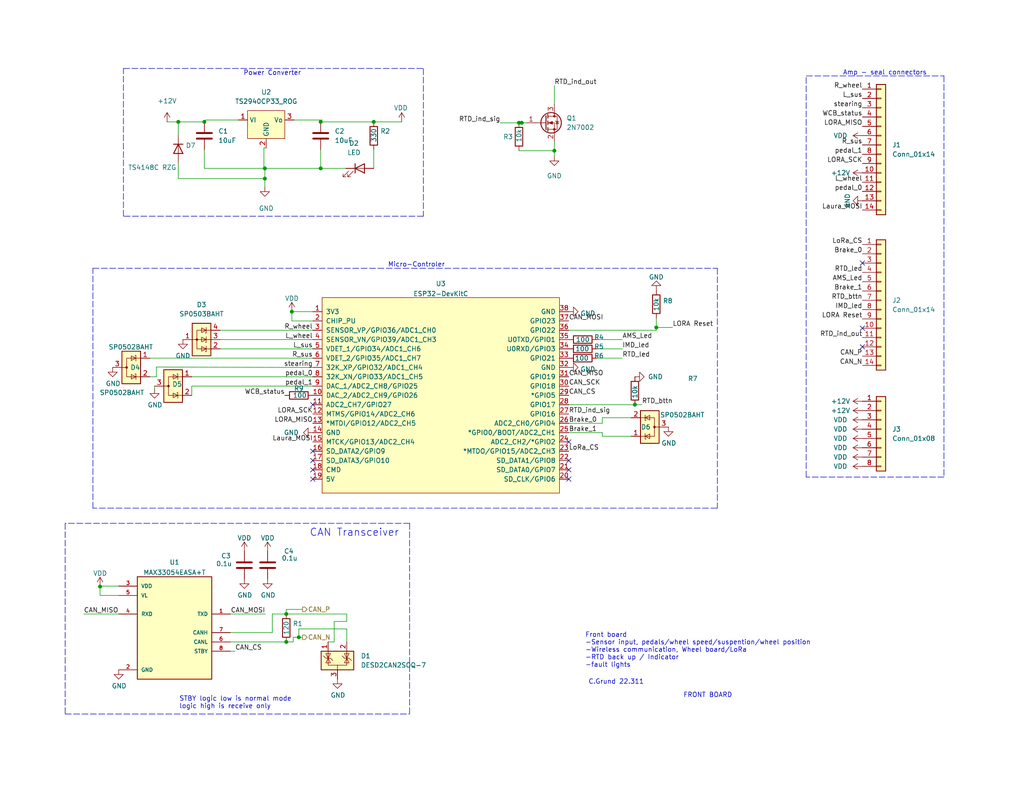
<source format=kicad_sch>
(kicad_sch (version 20211123) (generator eeschema)
  (paper "A")
  (lib_symbols
    (symbol "AERO_Symbols:MAX33054EASA+T" (pin_names (offset 1.016))
      (property "Reference" "U" (at -10.16 13.6906 0))
      (property "Value" "MAX33054EASA+T" (at -10.16 -19.2278 0))
      (symbol "MAX33054EASA+T_0_0"
        (rectangle (start -10.16 -15.24) (end 10.16 12.7) (stroke (width 0.254)) (fill (type background)))
        (pin input line (at -15.24 2.54 0) (length 5.08) (name "TXD") (number "1"))
        (pin power_in line (at 15.24 -12.7 180) (length 5.08) (name "GND") (number "2"))
        (pin power_in line (at 15.24 10.16 180) (length 5.08) (name "VDD") (number "3"))
        (pin output line (at 15.24 2.54 180) (length 5.08) (name "RXD") (number "4"))
        (pin power_in line (at 15.24 7.62 180) (length 5.08) (name "VL") (number "5"))
        (pin input line (at -15.24 -5.08 0) (length 5.08) (name "CANL") (number "6"))
        (pin input line (at -15.24 -2.54 0) (length 5.08) (name "CANH") (number "7"))
        (pin input line (at -15.24 -7.62 0) (length 5.08) (name "STBY") (number "8"))
      )
    )
    (symbol "AERO_Symbols:TS2940CP33_ROG"
      (property "Reference" "U" (at 0 10.16 0))
      (property "Value" "TS2940CP33_ROG" (at 0 7.62 0))
      (symbol "TS2940CP33_ROG_0_1"
        (rectangle (start -5.08 2.54) (end 5.08 -5.08) (fill (type background)))
      )
      (symbol "TS2940CP33_ROG_1_1"
        (pin power_in line (at -7.62 0 0) (length 2.54) (name "VI") (number "1"))
        (pin power_out line (at 0 -7.62 90) (length 2.54) (name "GND") (number "2"))
        (pin power_out line (at 7.62 0 180) (length 2.54) (name "Vo") (number "3"))
      )
    )
    (symbol "Connector_Generic:Conn_01x08" (pin_names (offset 1.016) hide)
      (property "Reference" "J" (at 0 10.16 0))
      (property "Value" "Conn_01x08" (at 0 -12.7 0))
      (symbol "Conn_01x08_1_1"
        (rectangle (start -1.27 -10.033) (end 0 -10.287) (stroke (width 0.1524)))
        (rectangle (start -1.27 -7.493) (end 0 -7.747) (stroke (width 0.1524)))
        (rectangle (start -1.27 -4.953) (end 0 -5.207) (stroke (width 0.1524)))
        (rectangle (start -1.27 -2.413) (end 0 -2.667) (stroke (width 0.1524)))
        (rectangle (start -1.27 0.127) (end 0 -0.127) (stroke (width 0.1524)))
        (rectangle (start -1.27 2.667) (end 0 2.413) (stroke (width 0.1524)))
        (rectangle (start -1.27 5.207) (end 0 4.953) (stroke (width 0.1524)))
        (rectangle (start -1.27 7.747) (end 0 7.493) (stroke (width 0.1524)))
        (rectangle (start -1.27 8.89) (end 1.27 -11.43) (stroke (width 0.254)) (fill (type background)))
        (pin passive line (at -5.08 7.62 0) (length 3.81) (name "Pin_1") (number "1"))
        (pin passive line (at -5.08 5.08 0) (length 3.81) (name "Pin_2") (number "2"))
        (pin passive line (at -5.08 2.54 0) (length 3.81) (name "Pin_3") (number "3"))
        (pin passive line (at -5.08 0 0) (length 3.81) (name "Pin_4") (number "4"))
        (pin passive line (at -5.08 -2.54 0) (length 3.81) (name "Pin_5") (number "5"))
        (pin passive line (at -5.08 -5.08 0) (length 3.81) (name "Pin_6") (number "6"))
        (pin passive line (at -5.08 -7.62 0) (length 3.81) (name "Pin_7") (number "7"))
        (pin passive line (at -5.08 -10.16 0) (length 3.81) (name "Pin_8") (number "8"))
      )
    )
    (symbol "Connector_Generic:Conn_01x14" (pin_names (offset 1.016) hide)
      (property "Reference" "J" (at 0 17.78 0))
      (property "Value" "Conn_01x14" (at 0 -20.32 0))
      (symbol "Conn_01x14_1_1"
        (rectangle (start -1.27 -17.653) (end 0 -17.907) (stroke (width 0.1524)))
        (rectangle (start -1.27 -15.113) (end 0 -15.367) (stroke (width 0.1524)))
        (rectangle (start -1.27 -12.573) (end 0 -12.827) (stroke (width 0.1524)))
        (rectangle (start -1.27 -10.033) (end 0 -10.287) (stroke (width 0.1524)))
        (rectangle (start -1.27 -7.493) (end 0 -7.747) (stroke (width 0.1524)))
        (rectangle (start -1.27 -4.953) (end 0 -5.207) (stroke (width 0.1524)))
        (rectangle (start -1.27 -2.413) (end 0 -2.667) (stroke (width 0.1524)))
        (rectangle (start -1.27 0.127) (end 0 -0.127) (stroke (width 0.1524)))
        (rectangle (start -1.27 2.667) (end 0 2.413) (stroke (width 0.1524)))
        (rectangle (start -1.27 5.207) (end 0 4.953) (stroke (width 0.1524)))
        (rectangle (start -1.27 7.747) (end 0 7.493) (stroke (width 0.1524)))
        (rectangle (start -1.27 10.287) (end 0 10.033) (stroke (width 0.1524)))
        (rectangle (start -1.27 12.827) (end 0 12.573) (stroke (width 0.1524)))
        (rectangle (start -1.27 15.367) (end 0 15.113) (stroke (width 0.1524)))
        (rectangle (start -1.27 16.51) (end 1.27 -19.05) (stroke (width 0.254)) (fill (type background)))
        (pin passive line (at -5.08 15.24 0) (length 3.81) (name "Pin_1") (number "1"))
        (pin passive line (at -5.08 -7.62 0) (length 3.81) (name "Pin_10") (number "10"))
        (pin passive line (at -5.08 -10.16 0) (length 3.81) (name "Pin_11") (number "11"))
        (pin passive line (at -5.08 -12.7 0) (length 3.81) (name "Pin_12") (number "12"))
        (pin passive line (at -5.08 -15.24 0) (length 3.81) (name "Pin_13") (number "13"))
        (pin passive line (at -5.08 -17.78 0) (length 3.81) (name "Pin_14") (number "14"))
        (pin passive line (at -5.08 12.7 0) (length 3.81) (name "Pin_2") (number "2"))
        (pin passive line (at -5.08 10.16 0) (length 3.81) (name "Pin_3") (number "3"))
        (pin passive line (at -5.08 7.62 0) (length 3.81) (name "Pin_4") (number "4"))
        (pin passive line (at -5.08 5.08 0) (length 3.81) (name "Pin_5") (number "5"))
        (pin passive line (at -5.08 2.54 0) (length 3.81) (name "Pin_6") (number "6"))
        (pin passive line (at -5.08 0 0) (length 3.81) (name "Pin_7") (number "7"))
        (pin passive line (at -5.08 -2.54 0) (length 3.81) (name "Pin_8") (number "8"))
        (pin passive line (at -5.08 -5.08 0) (length 3.81) (name "Pin_9") (number "9"))
      )
    )
    (symbol "Device:C" (pin_numbers hide) (pin_names (offset 0.254))
      (property "Reference" "C" (at 0.635 2.54 0))
      (property "Value" "C" (at 0.635 -2.54 0))
      (symbol "C_0_1"
        (polyline (pts (xy -2.032 -0.762) (xy 2.032 -0.762)) (stroke (width 0.508)))
        (polyline (pts (xy -2.032 0.762) (xy 2.032 0.762)) (stroke (width 0.508)))
      )
      (symbol "C_1_1"
        (pin passive line (at 0 3.81 270) (length 2.794) (name "~") (number "1"))
        (pin passive line (at 0 -3.81 90) (length 2.794) (name "~") (number "2"))
      )
    )
    (symbol "Device:D" (pin_numbers hide) (pin_names (offset 1.016) hide)
      (property "Reference" "D" (at 0 2.54 0))
      (property "Value" "D" (at 0 -2.54 0))
      (symbol "D_0_1"
        (polyline (pts (xy -1.27 1.27) (xy -1.27 -1.27)) (stroke (width 0.254)))
        (polyline (pts (xy 1.27 0) (xy -1.27 0)))
        (polyline (pts (xy 1.27 1.27) (xy 1.27 -1.27) (xy -1.27 0) (xy 1.27 1.27)) (stroke (width 0.254)))
      )
      (symbol "D_1_1"
        (pin passive line (at -3.81 0 0) (length 2.54) (name "K") (number "1"))
        (pin passive line (at 3.81 0 180) (length 2.54) (name "A") (number "2"))
      )
    )
    (symbol "Device:LED" (pin_numbers hide) (pin_names (offset 1.016) hide)
      (property "Reference" "D" (at 0 2.54 0))
      (property "Value" "LED" (at 0 -2.54 0))
      (symbol "LED_0_1"
        (polyline (pts (xy -1.27 -1.27) (xy -1.27 1.27)) (stroke (width 0.254)))
        (polyline (pts (xy -1.27 0) (xy 1.27 0)))
        (polyline (pts (xy 1.27 -1.27) (xy 1.27 1.27) (xy -1.27 0) (xy 1.27 -1.27)) (stroke (width 0.254)))
        (polyline (pts (xy -3.048 -0.762) (xy -4.572 -2.286) (xy -3.81 -2.286) (xy -4.572 -2.286) (xy -4.572 -1.524)))
        (polyline (pts (xy -1.778 -0.762) (xy -3.302 -2.286) (xy -2.54 -2.286) (xy -3.302 -2.286) (xy -3.302 -1.524)))
      )
      (symbol "LED_1_1"
        (pin passive line (at -3.81 0 0) (length 2.54) (name "K") (number "1"))
        (pin passive line (at 3.81 0 180) (length 2.54) (name "A") (number "2"))
      )
    )
    (symbol "Device:R" (pin_numbers hide) (pin_names (offset 0))
      (property "Reference" "R" (at 2.032 0 90))
      (property "Value" "R" (at 0 0 90))
      (symbol "R_0_1"
        (rectangle (start -1.016 -2.54) (end 1.016 2.54) (stroke (width 0.254)))
      )
      (symbol "R_1_1"
        (pin passive line (at 0 3.81 270) (length 1.27) (name "~") (number "1"))
        (pin passive line (at 0 -3.81 90) (length 1.27) (name "~") (number "2"))
      )
    )
    (symbol "ESP_32:ESP32-DevKitC" (pin_names (offset 1.016))
      (property "Reference" "U" (at -8.89 26.67 0))
      (property "Value" "ESP32-DevKitC" (at 0 -29.21 0))
      (symbol "ESP32-DevKitC_0_0"
        (pin power_in line (at -33.02 -11.43 0) (length 2.54) (name "GND") (number "14"))
        (pin power_in line (at -33.02 -24.13 0) (length 2.54) (name "5V") (number "19"))
      )
      (symbol "ESP32-DevKitC_0_1"
        (rectangle (start -30.48 25.4) (end 34.29 -27.94) (fill (type background)))
      )
      (symbol "ESP32-DevKitC_1_1"
        (pin power_in line (at -33.02 21.59 0) (length 2.54) (name "3V3") (number "1"))
        (pin bidirectional line (at -33.02 -1.27 0) (length 2.54) (name "DAC_2/ADC2_CH9/GPIO26") (number "10"))
        (pin bidirectional line (at -33.02 -3.81 0) (length 2.54) (name "ADC2_CH7/GPIO27") (number "11"))
        (pin bidirectional line (at -33.02 -6.35 0) (length 2.54) (name "MTMS/GPIO14/ADC2_CH6") (number "12"))
        (pin bidirectional line (at -33.02 -8.89 0) (length 2.54) (name "*MTDI/GPIO12/ADC2_CH5") (number "13"))
        (pin bidirectional line (at -33.02 -13.97 0) (length 2.54) (name "MTCK/GPIO13/ADC2_CH4") (number "15"))
        (pin bidirectional line (at -33.02 -16.51 0) (length 2.54) (name "SD_DATA2/GPIO9") (number "16"))
        (pin bidirectional line (at -33.02 -19.05 0) (length 2.54) (name "SD_DATA3/GPIO10") (number "17"))
        (pin bidirectional line (at -33.02 -21.59 0) (length 2.54) (name "CMD") (number "18"))
        (pin input line (at -33.02 19.05 0) (length 2.54) (name "CHIP_PU") (number "2"))
        (pin bidirectional line (at 36.83 -24.13 180) (length 2.54) (name "SD_CLK/GPIO6") (number "20"))
        (pin bidirectional line (at 36.83 -21.59 180) (length 2.54) (name "SD_DATA0/GPIO7") (number "21"))
        (pin bidirectional line (at 36.83 -19.05 180) (length 2.54) (name "SD_DATA1/GPIO8") (number "22"))
        (pin bidirectional line (at 36.83 -16.51 180) (length 2.54) (name "*MTDO/GPIO15/ADC2_CH3") (number "23"))
        (pin bidirectional line (at 36.83 -13.97 180) (length 2.54) (name "ADC2_CH2/*GPIO2") (number "24"))
        (pin bidirectional line (at 36.83 -11.43 180) (length 2.54) (name "*GPIO0/BOOT/ADC2_CH1") (number "25"))
        (pin bidirectional line (at 36.83 -8.89 180) (length 2.54) (name "ADC2_CH0/GPIO4") (number "26"))
        (pin bidirectional line (at 36.83 -6.35 180) (length 2.54) (name "GPIO16") (number "27"))
        (pin bidirectional line (at 36.83 -3.81 180) (length 2.54) (name "GPIO17") (number "28"))
        (pin bidirectional line (at 36.83 -1.27 180) (length 2.54) (name "*GPIO5") (number "29"))
        (pin input line (at -33.02 16.51 0) (length 2.54) (name "SENSOR_VP/GPIO36/ADC1_CH0") (number "3"))
        (pin bidirectional line (at 36.83 1.27 180) (length 2.54) (name "GPIO18") (number "30"))
        (pin bidirectional line (at 36.83 3.81 180) (length 2.54) (name "GPIO19") (number "31"))
        (pin power_in line (at 36.83 6.35 180) (length 2.54) (name "GND") (number "32"))
        (pin bidirectional line (at 36.83 8.89 180) (length 2.54) (name "GPIO21") (number "33"))
        (pin bidirectional line (at 36.83 11.43 180) (length 2.54) (name "U0RXD/GPIO3") (number "34"))
        (pin bidirectional line (at 36.83 13.97 180) (length 2.54) (name "U0TXD/GPIO1") (number "35"))
        (pin bidirectional line (at 36.83 16.51 180) (length 2.54) (name "GPIO22") (number "36"))
        (pin bidirectional line (at 36.83 19.05 180) (length 2.54) (name "GPIO23") (number "37"))
        (pin power_in line (at 36.83 21.59 180) (length 2.54) (name "GND") (number "38"))
        (pin input line (at -33.02 13.97 0) (length 2.54) (name "SENSOR_VN/GPIO39/ADC1_CH3") (number "4"))
        (pin input line (at -33.02 11.43 0) (length 2.54) (name "VDET_1/GPIO34/ADC1_CH6") (number "5"))
        (pin input line (at -33.02 8.89 0) (length 2.54) (name "VDET_2/GPIO35/ADC1_CH7") (number "6"))
        (pin bidirectional line (at -33.02 6.35 0) (length 2.54) (name "32K_XP/GPIO32/ADC1_CH4") (number "7"))
        (pin bidirectional line (at -33.02 3.81 0) (length 2.54) (name "32K_XN/GPIO33/ADC1_CH5") (number "8"))
        (pin bidirectional line (at -33.02 1.27 0) (length 2.54) (name "DAC_1/ADC2_CH8/GPIO25") (number "9"))
      )
    )
    (symbol "Power_Protection:NUP2105L" (pin_names hide)
      (property "Reference" "D" (at 5.715 2.54 0))
      (property "Value" "NUP2105L" (at 5.715 0.635 0))
      (symbol "NUP2105L_0_0"
        (pin passive line (at 0 -5.08 90) (length 2.54) (name "A") (number "3"))
      )
      (symbol "NUP2105L_0_1"
        (rectangle (start -4.445 2.54) (end 4.445 -2.54) (stroke (width 0.254)) (fill (type background)))
        (polyline (pts (xy -2.54 2.54) (xy -2.54 0.635)))
        (polyline (pts (xy 0 -1.27) (xy 0 -2.54)))
        (polyline (pts (xy 2.54 2.54) (xy 2.54 0.635)))
        (polyline (pts (xy -3.81 1.27) (xy -3.175 0.635) (xy -1.905 0.635) (xy -1.27 0)))
        (polyline (pts (xy -2.54 0.635) (xy -2.54 -1.27) (xy 2.54 -1.27) (xy 2.54 0.635)))
        (polyline (pts (xy -2.54 0.635) (xy -1.905 -0.635) (xy -3.175 -0.635) (xy -2.54 0.635)))
        (polyline (pts (xy 2.54 0.635) (xy 1.905 -0.635) (xy 3.175 -0.635) (xy 2.54 0.635)))
        (polyline (pts (xy 2.54 0.635) (xy 3.175 1.905) (xy 1.905 1.905) (xy 2.54 0.635)))
        (polyline (pts (xy -2.54 0.635) (xy -3.175 1.905) (xy -1.905 1.905) (xy -2.54 0.635) (xy -2.54 1.27)))
        (polyline (pts (xy 1.27 1.27) (xy 1.905 0.635) (xy 2.54 0.635) (xy 3.175 0.635) (xy 3.81 0)))
      )
      (symbol "NUP2105L_1_1"
        (pin passive line (at -2.54 5.08 270) (length 2.54) (name "K") (number "1"))
        (pin passive line (at 2.54 5.08 270) (length 2.54) (name "K") (number "2"))
      )
    )
    (symbol "Power_Protection:SP0502BAHT" (pin_names hide)
      (property "Reference" "D" (at 5.715 2.54 0))
      (property "Value" "SP0502BAHT" (at 5.715 0.635 0))
      (symbol "SP0502BAHT_0_0"
        (pin passive line (at 0 -5.08 90) (length 2.54) (name "A") (number "3"))
      )
      (symbol "SP0502BAHT_0_1"
        (rectangle (start -4.445 2.54) (end 4.445 -2.54) (stroke (width 0.254)) (fill (type background)))
        (circle (center 0 -1.27) (radius 0.254) (fill (type outline)))
        (polyline (pts (xy -2.54 2.54) (xy -2.54 1.27)))
        (polyline (pts (xy 0 -1.27) (xy 0 -2.54)))
        (polyline (pts (xy 2.54 2.54) (xy 2.54 1.27)))
        (polyline (pts (xy -3.302 1.016) (xy -3.302 1.27) (xy -1.905 1.27) (xy -1.778 1.27)))
        (polyline (pts (xy -2.54 1.27) (xy -2.54 -1.27) (xy 2.54 -1.27) (xy 2.54 1.27)))
        (polyline (pts (xy -2.54 1.27) (xy -1.905 0) (xy -3.175 0) (xy -2.54 1.27)))
        (polyline (pts (xy 1.778 1.016) (xy 1.778 1.27) (xy 3.175 1.27) (xy 3.302 1.27)))
        (polyline (pts (xy 2.54 1.27) (xy 1.905 0) (xy 3.175 0) (xy 2.54 1.27)))
      )
      (symbol "SP0502BAHT_1_1"
        (pin passive line (at -2.54 5.08 270) (length 2.54) (name "K") (number "1"))
        (pin passive line (at 2.54 5.08 270) (length 2.54) (name "K") (number "2"))
      )
    )
    (symbol "Power_Protection:SP0503BAHT" (pin_names hide)
      (property "Reference" "D" (at 5.715 2.54 0))
      (property "Value" "SP0503BAHT" (at 5.715 0.635 0))
      (symbol "SP0503BAHT_0_0"
        (pin passive line (at 0 -5.08 90) (length 2.54) (name "A") (number "1"))
      )
      (symbol "SP0503BAHT_0_1"
        (rectangle (start -4.445 2.54) (end 4.445 -2.54) (stroke (width 0.254)) (fill (type background)))
        (circle (center 0 -1.27) (radius 0.254) (fill (type outline)))
        (polyline (pts (xy -2.54 2.54) (xy -2.54 1.27)))
        (polyline (pts (xy 0 -1.27) (xy 0 -2.54)))
        (polyline (pts (xy 0 -1.27) (xy 0 1.27)))
        (polyline (pts (xy 0 2.54) (xy 0 1.27)))
        (polyline (pts (xy 0.635 1.27) (xy 0.762 1.27)))
        (polyline (pts (xy 2.54 2.54) (xy 2.54 1.27)))
        (polyline (pts (xy 0.635 1.27) (xy -0.762 1.27) (xy -0.762 1.016)))
        (polyline (pts (xy -3.302 1.016) (xy -3.302 1.27) (xy -1.905 1.27) (xy -1.778 1.27)))
        (polyline (pts (xy -2.54 1.27) (xy -2.54 -1.27) (xy 2.54 -1.27) (xy 2.54 1.27)))
        (polyline (pts (xy -2.54 1.27) (xy -1.905 0) (xy -3.175 0) (xy -2.54 1.27)))
        (polyline (pts (xy 0.635 0) (xy -0.635 0) (xy 0 1.27) (xy 0.635 0)))
        (polyline (pts (xy 1.778 1.016) (xy 1.778 1.27) (xy 3.175 1.27) (xy 3.302 1.27)))
        (polyline (pts (xy 2.54 1.27) (xy 1.905 0) (xy 3.175 0) (xy 2.54 1.27)))
      )
      (symbol "SP0503BAHT_1_1"
        (pin passive line (at -2.54 5.08 270) (length 2.54) (name "K") (number "2"))
        (pin passive line (at 0 5.08 270) (length 2.54) (name "K") (number "3"))
        (pin passive line (at 2.54 5.08 270) (length 2.54) (name "K") (number "4"))
      )
    )
    (symbol "Transistor_FET:2N7002" (pin_names hide)
      (property "Reference" "Q" (at 5.08 1.905 0))
      (property "Value" "2N7002" (at 5.08 0 0))
      (symbol "2N7002_0_1"
        (polyline (pts (xy 0.254 0) (xy -2.54 0)))
        (polyline (pts (xy 0.254 1.905) (xy 0.254 -1.905)) (stroke (width 0.254)))
        (polyline (pts (xy 0.762 -1.27) (xy 0.762 -2.286)) (stroke (width 0.254)))
        (polyline (pts (xy 0.762 0.508) (xy 0.762 -0.508)) (stroke (width 0.254)))
        (polyline (pts (xy 0.762 2.286) (xy 0.762 1.27)) (stroke (width 0.254)))
        (polyline (pts (xy 2.54 2.54) (xy 2.54 1.778)))
        (polyline (pts (xy 2.54 -2.54) (xy 2.54 0) (xy 0.762 0)))
        (polyline (pts (xy 0.762 -1.778) (xy 3.302 -1.778) (xy 3.302 1.778) (xy 0.762 1.778)))
        (polyline (pts (xy 1.016 0) (xy 2.032 0.381) (xy 2.032 -0.381) (xy 1.016 0)) (fill (type outline)))
        (polyline (pts (xy 2.794 0.508) (xy 2.921 0.381) (xy 3.683 0.381) (xy 3.81 0.254)))
        (polyline (pts (xy 3.302 0.381) (xy 2.921 -0.254) (xy 3.683 -0.254) (xy 3.302 0.381)))
        (circle (center 1.651 0) (radius 2.794) (stroke (width 0.254)))
        (circle (center 2.54 -1.778) (radius 0.254) (fill (type outline)))
        (circle (center 2.54 1.778) (radius 0.254) (fill (type outline)))
      )
      (symbol "2N7002_1_1"
        (pin input line (at -5.08 0 0) (length 2.54) (name "G") (number "1"))
        (pin passive line (at 2.54 -5.08 90) (length 2.54) (name "S") (number "2"))
        (pin passive line (at 2.54 5.08 270) (length 2.54) (name "D") (number "3"))
      )
    )
    (symbol "power:+12V" (power) (pin_names (offset 0))
      (property "Value" "+12V" (at 0 3.556 0))
      (symbol "+12V_0_1"
        (polyline (pts (xy -0.762 1.27) (xy 0 2.54)))
        (polyline (pts (xy 0 0) (xy 0 2.54)))
        (polyline (pts (xy 0 2.54) (xy 0.762 1.27)))
      )
      (symbol "+12V_1_1"
        (pin power_in line (at 0 0 90) (length 0) hide (name "+12V") (number "1"))
      )
    )
    (symbol "power:GND" (power) (pin_names (offset 0))
      (property "Value" "GND" (at 0 -3.81 0))
      (symbol "GND_0_1"
        (polyline (pts (xy 0 0) (xy 0 -1.27) (xy 1.27 -1.27) (xy 0 -2.54) (xy -1.27 -1.27) (xy 0 -1.27)))
      )
      (symbol "GND_1_1"
        (pin power_in line (at 0 0 270) (length 0) hide (name "GND") (number "1"))
      )
    )
    (symbol "power:VDD" (power) (pin_names (offset 0))
      (property "Value" "VDD" (at 0 3.81 0))
      (symbol "VDD_0_1"
        (polyline (pts (xy -0.762 1.27) (xy 0 2.54)))
        (polyline (pts (xy 0 0) (xy 0 2.54)))
        (polyline (pts (xy 0 2.54) (xy 0.762 1.27)))
      )
      (symbol "VDD_1_1"
        (pin power_in line (at 0 0 90) (length 0) hide (name "VDD") (number "1"))
      )
    )
  )
  (junction (at 72.263 48.768))
  (junction (at 27.305 160.147))
  (junction (at 141.605 33.528))
  (junction (at 142.367 33.528))
  (junction (at 48.641 33.274))
  (junction (at 87.503 45.974))
  (junction (at 173.228 110.49))
  (junction (at 179.07 89.408))
  (junction (at 79.629 85.09))
  (junction (at 55.753 33.274))
  (junction (at 151.257 41.148))
  (junction (at 72.263 45.974))
  (junction (at 87.503 33.274))
  (junction (at 78.105 175.26))
  (junction (at 101.981 33.274))
  (junction (at 78.105 167.64))
  (junction (at 81.534 173.99))
  (no_connect (at 85.344 130.81))
  (no_connect (at 155.194 128.27))
  (no_connect (at 155.194 130.81))
  (no_connect (at 85.344 110.49))
  (no_connect (at 155.194 120.65))
  (no_connect (at 85.344 123.19))
  (no_connect (at 85.344 125.73))
  (no_connect (at 155.194 125.73))
  (no_connect (at 85.344 128.27))
  (no_connect (at 235.3056 71.8312))
  (no_connect (at 235.3056 89.6112))
  (no_connect (at 235.3056 94.6912))
  (wire (pts (xy 32.385 162.56) (xy 27.305 162.56)))
  (wire (pts (xy 72.009 40.386) (xy 72.009 45.466)))
  (wire (pts (xy 87.503 45.974) (xy 94.361 45.974)))
  (polyline (pts (xy 17.78 194.945) (xy 111.76 194.945)))
  (polyline (pts (xy 33.6804 59.0296) (xy 33.6804 18.6944)))
  (wire (pts (xy 40.894 97.79) (xy 85.344 97.79)))
  (wire (pts (xy 72.009 45.466) (xy 72.263 45.974)))
  (wire (pts (xy 155.194 110.49) (xy 173.228 110.49)))
  (wire (pts (xy 91.186 175.26) (xy 89.535 175.26)))
  (wire (pts (xy 56.134 32.766) (xy 65.024 32.766)))
  (polyline (pts (xy 115.5192 18.7452) (xy 115.5192 59.0296)))
  (wire (pts (xy 141.605 33.528) (xy 141.605 33.782)))
  (wire (pts (xy 164.338 114.046) (xy 164.338 115.57)))
  (wire (pts (xy 55.753 40.894) (xy 55.753 45.974)))
  (wire (pts (xy 183.515 89.408) (xy 179.07 89.408)))
  (wire (pts (xy 72.009 40.386) (xy 72.644 40.386)))
  (wire (pts (xy 179.07 86.868) (xy 179.07 89.408)))
  (polyline (pts (xy 195.7324 73.2536) (xy 195.7324 138.7856)))
  (wire (pts (xy 82.55 173.99) (xy 81.534 173.99)))
  (wire (pts (xy 72.263 45.974) (xy 87.503 45.974)))
  (wire (pts (xy 85.344 87.63) (xy 79.629 87.63)))
  (wire (pts (xy 101.981 33.274) (xy 109.601 33.274)))
  (wire (pts (xy 164.338 115.57) (xy 155.194 115.57)))
  (wire (pts (xy 87.503 33.274) (xy 101.981 33.274)))
  (wire (pts (xy 40.894 102.87) (xy 42.672 102.87)))
  (wire (pts (xy 79.629 85.09) (xy 85.344 85.09)))
  (wire (pts (xy 162.814 97.79) (xy 169.799 97.79)))
  (wire (pts (xy 42.672 100.203) (xy 85.344 100.33)))
  (wire (pts (xy 172.212 114.046) (xy 164.338 114.046)))
  (polyline (pts (xy 257.556 130.2512) (xy 219.964 130.2512)))
  (wire (pts (xy 48.641 44.45) (xy 48.641 48.768)))
  (wire (pts (xy 78.105 175.26) (xy 80.01 175.26)))
  (wire (pts (xy 142.367 33.528) (xy 143.637 33.528)))
  (wire (pts (xy 74.295 167.64) (xy 78.105 167.64)))
  (wire (pts (xy 56.134 32.766) (xy 55.753 33.274)))
  (polyline (pts (xy 220.0148 20.7264) (xy 257.556 20.7264)))
  (wire (pts (xy 81.534 173.99) (xy 80.01 173.99)))
  (wire (pts (xy 60.071 95.25) (xy 85.344 95.25)))
  (wire (pts (xy 60.071 90.17) (xy 85.344 90.17)))
  (wire (pts (xy 80.01 173.99) (xy 80.01 175.26)))
  (wire (pts (xy 142.367 33.782) (xy 142.367 33.528)))
  (wire (pts (xy 48.641 33.274) (xy 55.753 33.274)))
  (wire (pts (xy 141.605 33.528) (xy 142.367 33.528)))
  (wire (pts (xy 79.629 87.63) (xy 79.629 85.09)))
  (wire (pts (xy 164.338 119.126) (xy 164.338 118.11)))
  (wire (pts (xy 151.257 23.368) (xy 151.257 28.448)))
  (wire (pts (xy 64.135 177.8) (xy 62.865 177.8)))
  (wire (pts (xy 172.212 119.126) (xy 164.338 119.126)))
  (polyline (pts (xy 111.76 142.875) (xy 111.76 194.945)))
  (wire (pts (xy 42.672 102.87) (xy 42.672 100.203)))
  (wire (pts (xy 91.186 169.672) (xy 91.186 175.26)))
  (wire (pts (xy 82.55 166.37) (xy 78.105 166.37)))
  (wire (pts (xy 72.263 51.054) (xy 72.263 48.768)))
  (wire (pts (xy 173.228 110.49) (xy 175.133 110.49)))
  (polyline (pts (xy 195.6308 138.7348) (xy 25.3492 138.7348)))
  (wire (pts (xy 141.605 33.782) (xy 142.367 33.782)))
  (wire (pts (xy 52.324 102.87) (xy 85.344 102.87)))
  (wire (pts (xy 42.164 105.41) (xy 42.164 106.172)))
  (wire (pts (xy 151.257 38.608) (xy 151.257 41.148)))
  (wire (pts (xy 87.503 40.894) (xy 87.503 45.974)))
  (wire (pts (xy 94.615 169.672) (xy 91.186 169.672)))
  (polyline (pts (xy 25.3492 138.7348) (xy 25.3492 73.2536)))
  (wire (pts (xy 80.264 32.766) (xy 87.884 32.766)))
  (polyline (pts (xy 115.5192 59.0296) (xy 33.6804 59.0296)))
  (wire (pts (xy 78.105 167.64) (xy 94.615 167.64)))
  (wire (pts (xy 155.194 90.17) (xy 179.07 90.17)))
  (wire (pts (xy 94.615 175.26) (xy 94.615 171.704)))
  (polyline (pts (xy 25.3492 73.2536) (xy 195.7324 73.2536)))
  (wire (pts (xy 22.86 167.64) (xy 32.385 167.64)))
  (wire (pts (xy 85.344 105.41) (xy 52.324 105.41)))
  (wire (pts (xy 141.605 41.148) (xy 151.257 41.148)))
  (wire (pts (xy 60.071 92.71) (xy 85.344 92.71)))
  (polyline (pts (xy 17.78 142.875) (xy 17.78 194.945)))
  (wire (pts (xy 45.593 33.274) (xy 48.641 33.274)))
  (wire (pts (xy 78.105 166.37) (xy 78.105 167.64)))
  (polyline (pts (xy 257.556 20.7264) (xy 257.556 130.2512)))
  (wire (pts (xy 62.865 175.26) (xy 78.105 175.26)))
  (wire (pts (xy 48.641 48.768) (xy 72.263 48.768)))
  (wire (pts (xy 94.615 171.704) (xy 81.534 171.704)))
  (wire (pts (xy 72.263 48.768) (xy 72.263 45.974)))
  (wire (pts (xy 27.305 162.56) (xy 27.305 160.147)))
  (wire (pts (xy 136.525 33.528) (xy 141.605 33.528)))
  (wire (pts (xy 162.814 95.25) (xy 169.799 95.25)))
  (polyline (pts (xy 33.6804 18.6944) (xy 115.5192 18.6944)))
  (wire (pts (xy 164.338 118.11) (xy 155.194 118.11)))
  (wire (pts (xy 169.799 92.71) (xy 162.814 92.71)))
  (wire (pts (xy 72.39 167.64) (xy 62.865 167.64)))
  (wire (pts (xy 62.865 172.72) (xy 74.295 172.72)))
  (wire (pts (xy 81.534 171.704) (xy 81.534 173.99)))
  (wire (pts (xy 52.324 105.41) (xy 52.324 107.95)))
  (wire (pts (xy 55.753 45.974) (xy 72.263 45.974)))
  (wire (pts (xy 27.305 160.02) (xy 32.385 160.02)))
  (wire (pts (xy 48.641 33.274) (xy 48.641 36.83)))
  (polyline (pts (xy 111.76 142.875) (xy 17.78 142.875)))
  (wire (pts (xy 27.305 160.147) (xy 27.305 160.02)))
  (wire (pts (xy 179.07 89.408) (xy 179.07 90.17)))
  (polyline (pts (xy 219.964 130.2512) (xy 219.964 20.7264)))
  (wire (pts (xy 74.295 172.72) (xy 74.295 167.64)))
  (wire (pts (xy 101.981 40.894) (xy 101.981 45.974)))
  (wire (pts (xy 87.884 32.766) (xy 87.503 33.274)))
  (wire (pts (xy 94.615 167.64) (xy 94.615 169.672)))
  (wire (pts (xy 151.257 41.148) (xy 151.257 42.672)))
  (text "Amp - seal connectors" (at 229.9716 20.6756 0) (effects (font (size 1.27 1.27)) (justify left bottom)))
  (text "CAN Transceiver" (at 84.455 146.685 0) (effects (font (size 2.0066 2.0066)) (justify left bottom)))
  (text "FRONT BOARD" (at 186.436 190.627 0) (effects (font (size 1.27 1.27)) (justify left bottom)))
  (text "C.Grund 22.311" (at 160.528 186.9948 0) (effects (font (size 1.27 1.27)) (justify left bottom)))
  (text "Micro-Controler" (at 105.8164 73.1012 0) (effects (font (size 1.27 1.27)) (justify left bottom)))
  (text "Power Converter" (at 66.3956 20.7772 0) (effects (font (size 1.27 1.27)) (justify left bottom)))
  (text "Front board \n-Sensor input, pedals/wheel speed/suspention/wheel position\n-Wireless communication, Wheel board/LoRa\n-RTD back up / Indicator\n-fault lights\n" (at 159.6644 182.372 0) (effects (font (size 1.27 1.27)) (justify left bottom)))
  (text "STBY logic low is normal mode\nlogic high is receive only" (at 48.895 193.675 0) (effects (font (size 1.27 1.27)) (justify left bottom)))
  (label "RTD_led" (at 169.799 97.79 0))
  (label "LORA Reset" (at 183.515 89.408 0))
  (label "LORA Reset" (at 235.3056 87.0712 180))
  (label "Brake_1" (at 235.3056 79.4512 180))
  (label "CAN_MISO" (at 22.86 167.64 0))
  (label "L_wheel" (at 85.344 92.71 180))
  (label "R_sus" (at 235.3056 39.5732 180))
  (label "LORA_MISO" (at 235.3056 34.4932 180))
  (label "R_wheel" (at 235.3056 24.3332 180))
  (label "R_wheel" (at 85.344 90.17 180))
  (label "RTD_ind_out" (at 235.3056 92.1512 180))
  (label "IMD_led" (at 235.3056 84.5312 180))
  (label "LORA_SCK" (at 85.344 113.03 180))
  (label "CAN_CS" (at 64.135 177.8 0))
  (label "stearing" (at 85.344 100.33 180))
  (label "WCB_status" (at 77.724 107.95 180))
  (label "RTD_ind_sig" (at 155.194 113.03 0))
  (label "CAN_MOSI" (at 72.39 167.64 180))
  (label "L_sus" (at 235.3056 26.8732 180))
  (label "pedal_0" (at 85.344 102.87 180))
  (label "R_sus" (at 85.344 97.79 180))
  (label "LoRa_CS" (at 155.194 123.19 0))
  (label "L_sus" (at 85.344 95.25 180))
  (label "WCB_status" (at 235.3056 31.9532 180))
  (label "IMD_led" (at 169.799 95.25 0))
  (label "LoRa_CS" (at 235.3056 66.7512 180))
  (label "pedal_1" (at 235.3056 42.1132 180))
  (label "L_wheel" (at 235.3056 49.7332 180))
  (label "LORA_MISO" (at 85.344 115.57 180))
  (label "Brake_1" (at 155.194 118.11 0))
  (label "pedal_1" (at 85.344 105.41 180))
  (label "CAN_MOSI" (at 155.194 87.63 0))
  (label "RTD_ind_sig" (at 136.525 33.528 180))
  (label "pedal_0" (at 235.3056 52.2732 180))
  (label "Laura_MOSI" (at 235.3056 57.3532 180))
  (label "RTD_led" (at 235.3056 74.3712 180))
  (label "CAN_CS" (at 155.194 107.95 0))
  (label "Brake_0" (at 235.3056 69.2912 180))
  (label "CAN_P" (at 235.3056 97.2312 180))
  (label "CAN_MISO" (at 155.194 102.87 0))
  (label "AMS_Led" (at 169.799 92.71 0))
  (label "Brake_0" (at 155.194 115.57 0))
  (label "RTD_bttn" (at 175.133 110.49 0))
  (label "stearing" (at 235.3056 29.4132 180))
  (label "Laura_MOSI" (at 85.344 120.65 180))
  (label "CAN_SCK" (at 155.194 105.41 0))
  (label "LORA_SCK" (at 235.3056 44.6532 180))
  (label "RTD_ind_out" (at 151.257 23.368 0))
  (label "CAN_N" (at 235.3056 99.7712 180))
  (label "AMS_Led" (at 235.3056 76.9112 180))
  (label "RTD_bttn" (at 235.3056 81.9912 180))
  (hierarchical_label "CAN_N" (shape output) (at 82.55 173.99 0))
  (hierarchical_label "CAN_P" (shape output) (at 82.55 166.37 0))
  (symbol (lib_id "power:+12V") (at 235.3056 109.5502 90) (unit 1)
    (property "Reference" "#PWR0117" (effects hide))
    (property "Value" "+12V" (at 232.0036 109.5501 90) (effects (justify left)))
  )
  (symbol (lib_id "Device:R") (at 159.004 92.71 90) (unit 1)
    (property "Reference" "R4" (at 163.449 92.075 90))
    (property "Value" "100" (at 159.004 92.71 90))
    (property "Footprint" "Resistor_SMD:R_0603_1608Metric_Pad0.98x0.95mm_HandSolder" (effects hide))
  )
  (symbol (lib_id "Device:R") (at 78.105 171.45 0) (unit 1)
    (property "Reference" "R1" (at 79.883 170.2816 0) (effects (justify left)))
    (property "Value" "120" (at 78.105 173.355 90) (effects (justify left)))
    (property "Footprint" "Resistor_SMD:R_0603_1608Metric_Pad0.98x0.95mm_HandSolder" (effects hide))
  )
  (symbol (lib_id "Connector_Generic:Conn_01x14") (at 240.3856 81.9912 0) (unit 1)
    (property "Reference" "J2" (at 243.4336 81.9911 0) (effects (justify left)))
    (property "Value" "Conn_01x14" (at 243.4336 84.5311 0) (effects (justify left)))
    (property "Footprint" "AERO_Footprints:TE_1-776266-1_14pin_Horizontal" (effects hide))
  )
  (symbol (lib_id "ESP_32:ESP32-DevKitC") (at 118.364 106.68 0) (unit 1)
    (property "Reference" "U3" (at 120.269 77.4405 0))
    (property "Value" "ESP32-DevKitC" (at 120.269 80.2156 0))
    (property "Footprint" "esp32:ESP32-DevKitC" (effects hide))
    (property "Datasheet" "https://docs.espressif.com/projects/esp-idf/zh_CN/latest/esp32/hw-reference/esp32/get-started-devkitc.html" (effects hide))
  )
  (symbol (lib_id "Device:C") (at 73.025 154.305 0) (unit 1)
    (property "Reference" "C4" (at 77.47 150.495 0) (effects (justify left)))
    (property "Value" "0.1u" (at 76.835 152.4 0) (effects (justify left)))
    (property "Footprint" "Capacitor_SMD:C_0603_1608Metric_Pad1.08x0.95mm_HandSolder" (effects hide))
  )
  (symbol (lib_id "power:VDD") (at 66.675 150.495 0) (unit 1)
    (property "Reference" "#PWR0112" (effects hide))
    (property "Value" "VDD" (at 66.675 146.8905 0))
  )
  (symbol (lib_id "power:+12V") (at 235.3056 112.0902 90) (unit 1)
    (property "Reference" "#PWR0118" (effects hide))
    (property "Value" "+12V" (at 232.0036 112.0901 90) (effects (justify left)))
  )
  (symbol (lib_id "Device:C") (at 55.753 37.084 0) (unit 1)
    (property "Reference" "C1" (at 59.563 35.8139 0) (effects (justify left)))
    (property "Value" "10uF" (at 59.563 38.3539 0) (effects (justify left)))
    (property "Footprint" "Capacitor_SMD:C_0603_1608Metric_Pad1.08x0.95mm_HandSolder" (effects hide))
  )
  (symbol (lib_id "power:+12V") (at 235.3056 47.1932 90) (unit 1)
    (property "Reference" "#PWR0115" (effects hide))
    (property "Value" "+12V" (at 232.0036 47.1931 90) (effects (justify left)))
  )
  (symbol (lib_id "Power_Protection:SP0503BAHT") (at 54.991 92.71 270) (mirror x) (unit 1)
    (property "Reference" "D3" (at 54.991 83.185 90))
    (property "Value" "SP0503BAHT" (at 54.991 85.725 90))
    (property "Footprint" "Package_TO_SOT_SMD:SOT-143" (effects hide))
    (property "Datasheet" "http://www.littelfuse.com/~/media/files/littelfuse/technical%20resources/documents/data%20sheets/sp05xxba.pdf" (effects hide))
  )
  (symbol (lib_id "Device:R") (at 179.07 83.058 0) (unit 1)
    (property "Reference" "R8" (at 180.848 82.1495 0) (effects (justify left)))
    (property "Value" "10k" (at 179.07 84.963 90) (effects (justify left)))
    (property "Footprint" "Resistor_SMD:R_0603_1608Metric_Pad0.98x0.95mm_HandSolder" (effects hide))
  )
  (symbol (lib_id "power:GND") (at 155.194 100.33 90) (unit 1)
    (property "Reference" "#PWR0101" (effects hide))
    (property "Value" "GND" (at 158.369 100.809 90) (effects (justify right)))
  )
  (symbol (lib_id "power:GND") (at 32.385 182.88 0) (unit 1)
    (property "Reference" "#PWR020" (effects hide))
    (property "Value" "GND" (at 32.512 187.2742 0))
  )
  (symbol (lib_id "Connector_Generic:Conn_01x14") (at 240.3856 39.5732 0) (unit 1)
    (property "Reference" "J1" (at 243.4336 39.5731 0) (effects (justify left)))
    (property "Value" "Conn_01x14" (at 243.4336 42.1131 0) (effects (justify left)))
    (property "Footprint" "AERO_Footprints:TE_1-776266-1_14pin_Horizontal" (effects hide))
  )
  (symbol (lib_id "power:GND") (at 49.911 92.71 0) (unit 1)
    (property "Reference" "#PWR0116" (effects hide))
    (property "Value" "GND" (at 49.911 97.155 0))
  )
  (symbol (lib_id "power:GND") (at 235.3056 54.8132 270) (unit 1)
    (property "Reference" "#PWR0111" (effects hide))
    (property "Value" "GND" (at 231.2416 52.7812 0) (effects (justify left)))
  )
  (symbol (lib_id "power:GND") (at 66.675 158.115 0) (unit 1)
    (property "Reference" "#PWR017" (effects hide))
    (property "Value" "GND" (at 66.802 162.5092 0))
  )
  (symbol (lib_id "power:VDD") (at 235.3056 114.6302 90) (unit 1)
    (property "Reference" "#PWR0119" (effects hide))
    (property "Value" "VDD" (at 231.2416 114.6301 90) (effects (justify left)))
  )
  (symbol (lib_id "power:GND") (at 173.228 102.87 90) (unit 1)
    (property "Reference" "#PWR0107" (effects hide))
    (property "Value" "GND" (at 176.784 102.8699 90) (effects (justify right)))
  )
  (symbol (lib_id "power:GND") (at 182.372 116.586 0) (unit 1)
    (property "Reference" "#PWR0109" (effects hide))
    (property "Value" "GND" (at 182.499 120.9802 0))
  )
  (symbol (lib_id "power:GND") (at 92.075 185.42 0) (unit 1)
    (property "Reference" "#PWR022" (effects hide))
    (property "Value" "GND" (at 92.202 189.8142 0))
  )
  (symbol (lib_id "power:GND") (at 151.257 42.672 0) (unit 1)
    (property "Reference" "#PWR0113" (effects hide))
    (property "Value" "GND" (at 151.257 48.006 0))
  )
  (symbol (lib_id "power:VDD") (at 235.3056 122.2502 90) (unit 1)
    (property "Reference" "#PWR0122" (effects hide))
    (property "Value" "VDD" (at 231.2416 122.2501 90) (effects (justify left)))
  )
  (symbol (lib_id "power:VDD") (at 235.3056 117.1702 90) (unit 1)
    (property "Reference" "#PWR0120" (effects hide))
    (property "Value" "VDD" (at 231.2416 117.1701 90) (effects (justify left)))
  )
  (symbol (lib_id "power:GND") (at 85.344 118.11 270) (unit 1)
    (property "Reference" "#PWR0106" (effects hide))
    (property "Value" "GND" (at 81.534 118.1099 90) (effects (justify right)))
  )
  (symbol (lib_id "Device:R") (at 159.004 95.25 270) (unit 1)
    (property "Reference" "R5" (at 163.449 94.615 90))
    (property "Value" "100" (at 158.877 95.25 90))
    (property "Footprint" "Resistor_SMD:R_0603_1608Metric_Pad0.98x0.95mm_HandSolder" (effects hide))
  )
  (symbol (lib_id "AERO_Symbols:TS2940CP33_ROG") (at 72.644 32.766 0) (unit 1)
    (property "Reference" "U2" (at 72.644 25.146 0))
    (property "Value" "TS2940CP33_ROG" (at 72.644 27.686 0))
    (property "Footprint" "Package_TO_SOT_SMD:TO-252-2" (effects hide))
  )
  (symbol (lib_id "power:VDD") (at 79.629 85.09 0) (unit 1)
    (property "Reference" "#PWR0110" (effects hide))
    (property "Value" "VDD" (at 79.629 81.4855 0))
  )
  (symbol (lib_id "power:GND") (at 155.194 85.09 90) (unit 1)
    (property "Reference" "#PWR0102" (effects hide))
    (property "Value" "GND" (at 158.369 85.569 90) (effects (justify right)))
  )
  (symbol (lib_id "power:VDD") (at 235.3056 124.7902 90) (unit 1)
    (property "Reference" "#PWR0124" (effects hide))
    (property "Value" "VDD" (at 231.2416 124.7901 90) (effects (justify left)))
  )
  (symbol (lib_id "Device:R") (at 101.981 37.084 0) (unit 1)
    (property "Reference" "R2" (at 103.759 35.8139 0) (effects (justify left)))
    (property "Value" "330" (at 101.981 38.862 90) (effects (justify left)))
    (property "Footprint" "Resistor_SMD:R_0603_1608Metric_Pad0.98x0.95mm_HandSolder" (effects hide))
  )
  (symbol (lib_id "Device:R") (at 173.228 106.68 180) (unit 1)
    (property "Reference" "R7" (at 190.373 103.3781 0) (effects (justify left)))
    (property "Value" "10k" (at 173.228 105.156 90) (effects (justify left)))
    (property "Footprint" "Resistor_SMD:R_0603_1608Metric_Pad0.98x0.95mm_HandSolder" (effects hide))
  )
  (symbol (lib_id "Device:C") (at 87.503 37.084 0) (unit 1)
    (property "Reference" "C2" (at 91.313 35.8139 0) (effects (justify left)))
    (property "Value" "10uF" (at 91.313 38.3539 0) (effects (justify left)))
    (property "Footprint" "Capacitor_SMD:C_0603_1608Metric_Pad1.08x0.95mm_HandSolder" (effects hide))
  )
  (symbol (lib_id "AERO_Symbols:MAX33054EASA+T") (at 47.625 170.18 0) (mirror y) (unit 1)
    (property "Reference" "U1" (at 47.625 153.5135 0))
    (property "Value" "MAX33054EASA+T" (at 47.625 156.2886 0))
    (property "Footprint" "AERO_Footprints:SOIC127P600X175-8N" (effects hide))
    (property "PACKAGE" "SOIC-8 Maxim Integrated" (effects hide))
    (property "MF" "Maxim Integrated" (effects hide))
    (property "PRICE" "None" (effects hide))
    (property "MP" "MAX33054EASA+T" (effects hide))
    (property "DESCRIPTION" "IC TXRX CAN 3.3V 2MBPS 25KV 8SO" (effects hide))
    (property "AVAILABILITY" "Unavailable" (effects hide))
  )
  (symbol (lib_id "power:VDD") (at 109.601 33.274 0) (unit 1)
    (property "Reference" "#PWR04" (effects hide))
    (property "Value" "VDD" (at 109.347 29.464 0))
  )
  (symbol (lib_id "power:VDD") (at 235.3056 119.7102 90) (unit 1)
    (property "Reference" "#PWR0121" (effects hide))
    (property "Value" "VDD" (at 231.2416 119.7101 90) (effects (justify left)))
  )
  (symbol (lib_id "Device:R") (at 141.605 37.338 0) (unit 1)
    (property "Reference" "R3" (at 137.287 37.338 0) (effects (justify left)))
    (property "Value" "10k" (at 141.605 38.862 90) (effects (justify left)))
    (property "Footprint" "Resistor_SMD:R_0603_1608Metric_Pad0.98x0.95mm_HandSolder" (effects hide))
  )
  (symbol (lib_id "Power_Protection:SP0502BAHT") (at 47.244 105.41 270) (unit 1)
    (property "Reference" "D5" (at 46.99 104.902 90) (effects (justify left)))
    (property "Value" "SP0502BAHT" (at 27.178 107.188 90) (effects (justify left)))
    (property "Footprint" "Package_TO_SOT_SMD:SOT-23" (effects hide))
    (property "Datasheet" "http://www.littelfuse.com/~/media/files/littelfuse/technical%20resources/documents/data%20sheets/sp05xxba.pdf" (effects hide))
  )
  (symbol (lib_id "power:VDD") (at 235.3056 127.3302 90) (unit 1)
    (property "Reference" "#PWR0125" (effects hide))
    (property "Value" "VDD" (at 231.2416 127.3301 90) (effects (justify left)))
  )
  (symbol (lib_id "Transistor_FET:2N7002") (at 148.717 33.528 0) (unit 1)
    (property "Reference" "Q1" (at 154.559 32.2579 0) (effects (justify left)))
    (property "Value" "2N7002" (at 154.559 34.7979 0) (effects (justify left)))
    (property "Footprint" "Package_TO_SOT_SMD:SOT-23" (effects hide))
    (property "Datasheet" "https://www.onsemi.com/pub/Collateral/NDS7002A-D.PDF" (effects hide))
  )
  (symbol (lib_id "Device:LED") (at 98.171 45.974 0) (unit 1)
    (property "Reference" "D2" (at 96.5835 39.116 0))
    (property "Value" "LED" (at 96.5835 41.656 0))
    (property "Footprint" "LED_SMD:LED_0603_1608Metric_Pad1.05x0.95mm_HandSolder" (effects hide))
  )
  (symbol (lib_id "power:GND") (at 179.07 79.248 180) (unit 1)
    (property "Reference" "#PWR0108" (effects hide))
    (property "Value" "GND" (at 179.07 75.6435 0))
  )
  (symbol (lib_id "Power_Protection:NUP2105L") (at 92.075 180.34 0) (unit 1)
    (property "Reference" "D1" (at 98.425 179.0699 0) (effects (justify left)))
    (property "Value" "DESD2CAN2SOQ-7" (at 98.425 181.6099 0) (effects (justify left)))
    (property "Footprint" "Package_TO_SOT_SMD:SOT-23" (effects hide))
    (property "Datasheet" "http://www.onsemi.com/pub_link/Collateral/NUP2105L-D.PDF" (effects hide))
  )
  (symbol (lib_id "power:VDD") (at 27.305 160.147 0) (unit 1)
    (property "Reference" "#PWR0104" (effects hide))
    (property "Value" "VDD" (at 27.305 156.5425 0))
  )
  (symbol (lib_id "Power_Protection:SP0502BAHT") (at 35.814 100.33 270) (unit 1)
    (property "Reference" "D4" (at 35.56 100.33 90) (effects (justify left)))
    (property "Value" "SP0502BAHT" (at 29.591 94.742 90) (effects (justify left)))
    (property "Footprint" "Package_TO_SOT_SMD:SOT-23" (effects hide))
    (property "Datasheet" "http://www.littelfuse.com/~/media/files/littelfuse/technical%20resources/documents/data%20sheets/sp05xxba.pdf" (effects hide))
  )
  (symbol (lib_id "power:GND") (at 42.164 106.172 0) (unit 1)
    (property "Reference" "#PWR0103" (effects hide))
    (property "Value" "GND" (at 42.291 110.5662 0))
  )
  (symbol (lib_id "Device:R") (at 159.004 97.79 90) (unit 1)
    (property "Reference" "R6" (at 163.449 97.155 90))
    (property "Value" "100" (at 158.75 97.79 90))
    (property "Footprint" "Resistor_SMD:R_0603_1608Metric_Pad0.98x0.95mm_HandSolder" (effects hide))
  )
  (symbol (lib_id "Device:R") (at 81.534 107.95 270) (unit 1)
    (property "Reference" "R9" (at 81.534 106.045 90))
    (property "Value" "100" (at 81.788 107.95 90))
    (property "Footprint" "Resistor_SMD:R_0603_1608Metric_Pad0.98x0.95mm_HandSolder" (effects hide))
  )
  (symbol (lib_id "power:VDD") (at 73.025 150.495 0) (unit 1)
    (property "Reference" "#PWR0123" (effects hide))
    (property "Value" "VDD" (at 73.025 146.8905 0))
  )
  (symbol (lib_id "power:GND") (at 73.025 158.115 0) (unit 1)
    (property "Reference" "#PWR018" (effects hide))
    (property "Value" "GND" (at 73.152 162.5092 0))
  )
  (symbol (lib_id "power:GND") (at 72.263 51.054 0) (unit 1)
    (property "Reference" "#PWR09" (effects hide))
    (property "Value" "GND" (at 72.644 56.896 0))
  )
  (symbol (lib_id "Device:D") (at 48.641 40.64 270) (unit 1)
    (property "Reference" "D7" (at 50.673 39.7315 90) (effects (justify left)))
    (property "Value" "TS4148C RZG" (at 34.925 45.72 90) (effects (justify left)))
    (property "Footprint" "Diode_SMD:D_0603_1608Metric_Pad1.05x0.95mm_HandSolder" (effects hide))
  )
  (symbol (lib_id "power:VDD") (at 235.3056 37.0332 90) (unit 1)
    (property "Reference" "#PWR0114" (effects hide))
    (property "Value" "VDD" (at 231.2416 37.0331 90) (effects (justify left)))
  )
  (symbol (lib_id "Device:C") (at 66.675 154.305 0) (unit 1)
    (property "Reference" "C3" (at 60.325 151.765 0) (effects (justify left)))
    (property "Value" "0.1u" (at 58.928 153.924 0) (effects (justify left)))
    (property "Footprint" "Capacitor_SMD:C_0603_1608Metric_Pad1.08x0.95mm_HandSolder" (effects hide))
  )
  (symbol (lib_id "Power_Protection:SP0502BAHT") (at 177.292 116.586 90) (unit 1)
    (property "Reference" "D6" (at 177.546 116.586 90) (effects (justify left)))
    (property "Value" "SP0502BAHT" (at 192.278 113.284 90) (effects (justify left)))
    (property "Footprint" "Package_TO_SOT_SMD:SOT-23" (effects hide))
    (property "Datasheet" "http://www.littelfuse.com/~/media/files/littelfuse/technical%20resources/documents/data%20sheets/sp05xxba.pdf" (effects hide))
  )
  (symbol (lib_id "Connector_Generic:Conn_01x08") (at 240.3856 117.1702 0) (unit 1)
    (property "Reference" "J3" (at 243.4336 117.1701 0) (effects (justify left)))
    (property "Value" "Conn_01x08" (at 243.4336 119.7101 0) (effects (justify left)))
    (property "Footprint" "AERO_Footprints:TE_1-776280-1_8pin_Horizontal" (effects hide))
  )
  (symbol (lib_id "power:+12V") (at 45.593 33.274 0) (unit 1)
    (property "Reference" "#PWR03" (effects hide))
    (property "Value" "+12V" (at 45.593 27.559 0))
  )
  (symbol (lib_id "power:GND") (at 30.734 100.33 0) (unit 1)
    (property "Reference" "#PWR0105" (effects hide))
    (property "Value" "GND" (at 30.861 104.7242 0))
  )
)
</source>
